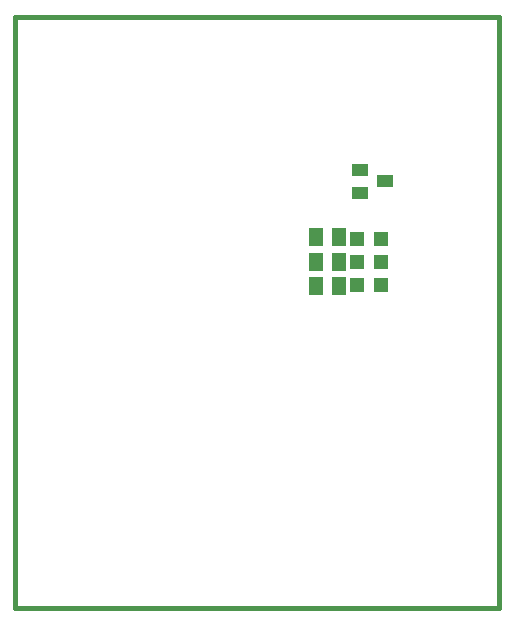
<source format=gtp>
G75*
%MOIN*%
%OFA0B0*%
%FSLAX24Y24*%
%IPPOS*%
%LPD*%
%AMOC8*
5,1,8,0,0,1.08239X$1,22.5*
%
%ADD10C,0.0160*%
%ADD11R,0.0472X0.0472*%
%ADD12R,0.0512X0.0591*%
%ADD13R,0.0551X0.0394*%
D10*
X002057Y000180D02*
X018199Y000180D01*
X018199Y019865D01*
X002057Y019865D01*
X002057Y000180D01*
D11*
X013455Y010948D03*
X013455Y011715D03*
X013455Y012463D03*
X014281Y012463D03*
X014281Y011715D03*
X014281Y010948D03*
D12*
X012864Y010908D03*
X012116Y010908D03*
X012116Y011715D03*
X012864Y011715D03*
X012864Y012523D03*
X012116Y012523D03*
D13*
X013553Y014019D03*
X013553Y014767D03*
X014419Y014393D03*
M02*

</source>
